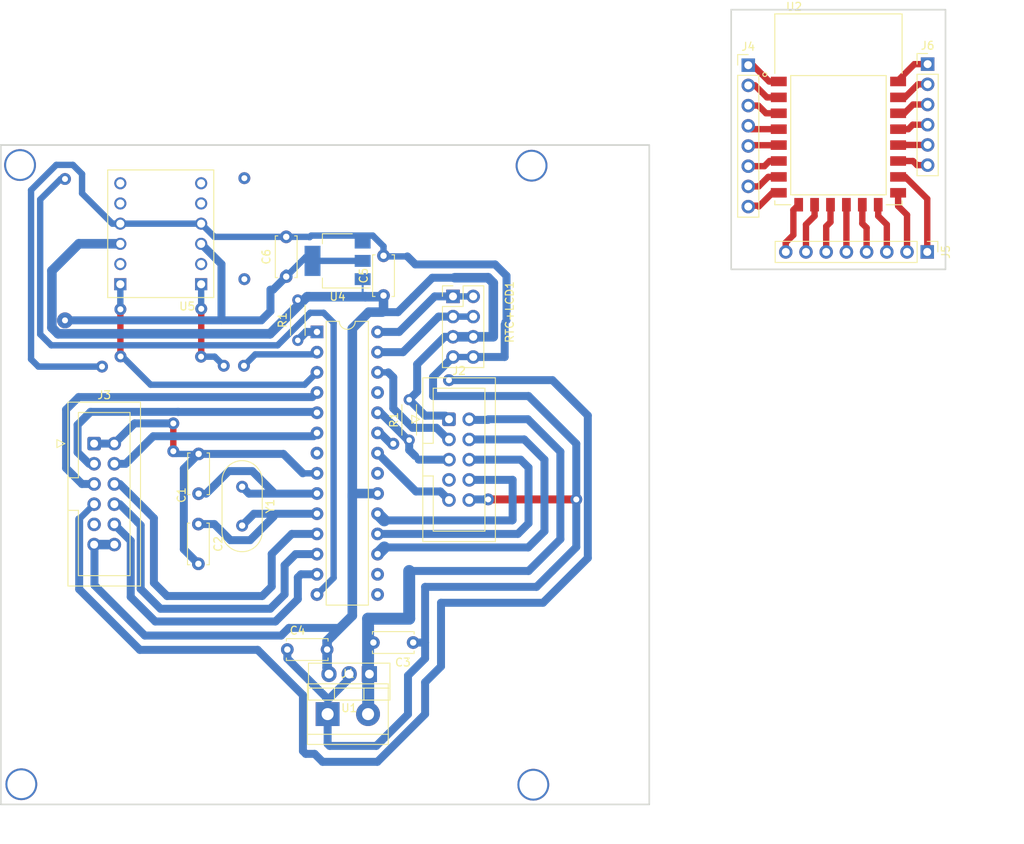
<source format=kicad_pcb>
(kicad_pcb (version 20211014) (generator pcbnew)
  (layers (0 "F.Cu" signal) (31 "B.Cu" signal) (34 "B.Paste" user) (35 "F.Paste" user) (36 "B.SilkS" user "B.Silkscreen") (37 "F.SilkS" user "F.Silkscreen") (38 "B.Mask" user) (39 "F.Mask" user) (44 "Edge.Cuts" user))
  (net 0 "")
  (net 1 "GND")
  (net 2 "unconnected-(U3-Pad1)")
  (net 3 "+5V")
  (net 5 "+12V")
  (net 7 "Net-(C1-Pad1)")
  (net 8 "Net-(C2-Pad1)")
  (net 10 "Net-(RTC+LCD1-Pad3)")
  (net 11 "Net-(RTC+LCD1-Pad1)")
  (net 12 "unconnected-(U3-Pad15)")
  (net 13 "Net-(R1-Pad1)")
  (net 14 "Net-(J4-Pad1)")
  (net 15 "Net-(J6-Pad1)")
  (net 16 "Net-(J6-Pad2)")
  (net 17 "Net-(J6-Pad3)")
  (net 18 "Net-(J6-Pad4)")
  (net 19 "Net-(C6-Pad1)")
  (net 20 "Net-(J4-Pad2)")
  (net 21 "Net-(J4-Pad3)")
  (net 22 "Net-(J4-Pad4)")
  (net 23 "Net-(J4-Pad5)")
  (net 24 "Net-(J4-Pad6)")
  (net 25 "Net-(J4-Pad7)")
  (net 26 "Net-(J5-Pad3)")
  (net 27 "Net-(J5-Pad4)")
  (net 28 "Net-(J5-Pad5)")
  (net 29 "Net-(J5-Pad6)")
  (net 30 "Net-(J5-Pad7)")
  (net 31 "Net-(J6-Pad5)")
  (net 32 "Net-(J5-Pad2)")
  (net 33 "Net-(J6-Pad6)")
  (net 34 "Net-(J4-Pad8)")
  (net 35 "Net-(U3-Pad3)")
  (net 38 "unconnected-(U5-PadLV4)")
  (net 42 "Net-(J5-Pad1)")
  (net 43 "Net-(U3-Pad26)")
  (net 44 "Net-(U3-Pad19)")
  (net 45 "Net-(U3-Pad18)")
  (net 46 "Net-(U3-Pad17)")
  (net 48 "Net-(U3-Pad5)")
  (net 49 "Net-(U3-Pad6)")
  (net 50 "Net-(U3-Pad4)")
  (net 51 "Net-(U3-Pad11)")
  (net 52 "Net-(U3-Pad23)")
  (net 53 "Net-(U3-Pad12)")
  (net 55 "Net-(U3-Pad13)")
  (footprint "Resistor_THT:R_Axial_DIN0204_L3.6mm_D1.6mm_P5.08mm_Horizontal" (layer "F.Cu") (at 146 90.54 90)
    (fp_text reference "R1")
    (fp_text value "4.7k")
  )
  (footprint "Connector_PinHeader_2.54mm:PinHeader_2x04_P2.54mm_Vertical" (layer "F.Cu") (at 151.5075 72.47)
    (fp_text reference "RTC+LCD1")
    (fp_text value "Conn_02x04_Odd_Even")
  )
  (footprint "Capacitor_THT:C_Disc_D5.0mm_W2.5mm_P5.00mm" (layer "F.Cu") (at 119.5025 101.1 -90)
    (fp_text reference "C2")
    (fp_text value "20pF")
  )
  (footprint "Package_TO_SOT_THT:TO-220-3_Vertical" (layer "F.Cu") (at 141 119.965 180)
    (fp_text reference "U1")
    (fp_text value "LM7805")
  )
  (footprint "Resistor_THT:R_Axial_DIN0204_L3.6mm_D1.6mm_P5.08mm_Horizontal" (layer "F.Cu") (at 132 78 90)
    (fp_text reference "R1")
    (fp_text value "4.7k")
  )
  (footprint "Capacitor_THT:C_Disc_D5.0mm_W2.5mm_P5.00mm" (layer "F.Cu") (at 119.5325 97.28 90)
    (fp_text reference "C1")
    (fp_text value "20pF")
  )
  (footprint "Connector_IDC:IDC-Header_2x05_P2.54mm_Vertical" (layer "F.Cu") (at 151 87.92)
    (fp_text reference "J2")
    (fp_text value "Conn_02x05_Odd_Even")
  )
  (footprint "Crystal:Crystal_HC49-4H_Vertical" (layer "F.Cu") (at 125.0025 96.41 -90)
    (fp_text reference "Y1")
    (fp_text value "16MHz")
  )
  (footprint "Capacitor_THT:C_Disc_D5.0mm_W2.5mm_P5.00mm" (layer "F.Cu") (at 146.5 116 180)
    (fp_text reference "C3")
    (fp_text value "330nF")
  )
  (footprint "TerminalBlock:TerminalBlock_bornier-2_P5.08mm" (layer "F.Cu") (at 135.7475 125)
    (fp_text reference "J1")
    (fp_text value "12v")
  )
  (footprint "Capacitor_THT:C_Disc_D5.0mm_W2.5mm_P5.00mm" (layer "F.Cu") (at 130.6825 116.88)
    (fp_text reference "C4")
    (fp_text value "100nF")
  )
  (footprint "Package_DIP:DIP-28_W7.62mm" (layer "F.Cu") (at 134.4075 76.94)
    (fp_text reference "U3" hide)
    (fp_text value "ATmega328P-P")
  )
  (footprint "Connector_PinHeader_2.54mm:PinHeader_1x06_P2.54mm_Vertical" (layer "F.Cu") (at 211.16 43.25925)
    (fp_text reference "J6")
    (fp_text value "Conn_01x06")
  )
  (footprint "Conversor_logico_nivel:CONV_BOB-12009" (layer "F.Cu") (at 114.7725 64.59 180)
    (fp_text reference "U5")
    (fp_text value "BOB-12009")
  )
  (footprint "Capacitor_THT:C_Disc_D5.0mm_W2.5mm_P5.00mm" (layer "F.Cu") (at 142.7725 72.36 90)
    (fp_text reference "C5")
    (fp_text value "100nF")
  )
  (footprint "Connector_IDC:IDC-Header_2x06_P2.54mm_Vertical" (layer "F.Cu") (at 106.4 90.98)
    (fp_text reference "J3")
    (fp_text value "Conn_02x06_Odd_Even")
  )
  (footprint "Capacitor_THT:C_Disc_D5.0mm_W2.5mm_P5.00mm" (layer "F.Cu") (at 130.5425 69.98 90)
    (fp_text reference "C6")
    (fp_text value "10uF")
  )
  (footprint "Package_TO_SOT_SMD:SOT-223" (layer "F.Cu") (at 137 68 180)
    (fp_text reference "U4")
    (fp_text value "LM1117-3.3")
  )
  (footprint "Connector_PinHeader_2.54mm:PinHeader_1x08_P2.54mm_Vertical" (layer "F.Cu") (at 188.61575 43.3925)
    (fp_text reference "J4")
    (fp_text value "Conn_01x08" hide)
  )
  (footprint "ESP8266-12E_ESP-12E:XCVR_ESP8266-12E_ESP-12E" (layer "F.Cu") (at 199.95 52.44)
    (fp_text reference "U2")
    (fp_text value "ESP-12E")
  )
  (footprint "Connector_PinHeader_2.54mm:PinHeader_1x08_P2.54mm_Vertical" (layer "F.Cu") (at 211.11075 66.8775 -90)
    (fp_text reference "J5")
    (fp_text value "Conn_01x08" hide)
  )
  (gr_rect (start 186.475 36.41) (end 213.405 69.07) (layer "Edge.Cuts") (width 0.2) (fill none))
  (gr_rect (start 176.1775 53.43) (end 94.67 136.36) (layer "Edge.Cuts") (width 0.2) (fill none))
  (via (at 97.25 133.82) (size 4) (drill 3.5) (layers "F.Cu" "B.Cu") (net 0))
  (via (at 97.09 55.95) (size 4) (drill 3.5) (layers "F.Cu" "B.Cu") (net 0))
  (via (at 161.6 133.88) (size 4) (drill 3.5) (layers "F.Cu" "B.Cu") (net 0))
  (via (at 161.38 56.03) (size 4) (drill 3.5) (layers "F.Cu" "B.Cu") (net 0))
  (segment (start 194.28575 64.7375) (end 194.28575 61.60425) (width 0.8) (layer "F.Cu") (net 1))
  (segment (start 193.33075 66.8775) (end 193.32575 66.8725) (width 0.8) (layer "F.Cu") (net 1))
  (segment (start 194.28575 61.60425) (end 194.95 60.94) (width 0.8) (layer "F.Cu") (net 1))
  (segment (start 155.9255 98) (end 167 98) (width 1) (layer "F.Cu") (net 1))
  (segment (start 193.32575 65.6975) (end 194.28575 64.7375) (width 0.8) (layer "F.Cu") (net 1))
  (segment (start 161.7525 98) (end 155.7525 98) (width 0.8) (layer "F.Cu") (net 1))
  (segment (start 116.3525 88.44) (end 116.3525 91.94) (width 0.8) (layer "F.Cu") (net 1))
  (segment (start 193.32575 66.8725) (end 193.32575 65.6975) (width 0.8) (layer "F.Cu") (net 1))
  (via (at 155.9255 98) (size 1.5) (drill 0.75) (layers "F.Cu" "B.Cu") (net 1))
  (via (at 107.39325 81.2975) (size 1.5) (drill 0.75) (layers "F.Cu" "B.Cu") (net 1))
  (via (at 116.3525 88.44) (size 1.5) (drill 0.75) (layers "F.Cu" "B.Cu") (net 1))
  (via (at 167 98) (size 1.5) (drill 0.75) (layers "F.Cu" "B.Cu") (net 1))
  (via (at 116.3525 91.94) (size 1.5) (drill 0.75) (layers "F.Cu" "B.Cu") (net 1))
  (segment (start 106.4 90.98) (end 108.94 90.98) (width 1) (layer "B.Cu") (net 1))
  (segment (start 148 109) (end 148 116) (width 1) (layer "B.Cu") (net 1))
  (segment (start 134.4075 94.72) (end 132.6325 94.72) (width 0.8) (layer "B.Cu") (net 1))
  (segment (start 167 91) (end 161 85) (width 1) (layer "B.Cu") (net 1))
  (segment (start 98.4725 59.1) (end 98.4725 80.37) (width 0.8) (layer "B.Cu") (net 1))
  (segment (start 119.5325 92.28) (end 116.6925 92.28) (width 0.8) (layer "B.Cu") (net 1))
  (segment (start 148 118) (end 145.8475 120.1525) (width 1) (layer "B.Cu") (net 1))
  (segment (start 149.92 97) (end 151 98.08) (width 1) (layer "B.Cu") (net 1))
  (segment (start 108.91 91.01) (end 108.94 90.98) (width 0.8) (layer "B.Cu") (net 1))
  (segment (start 156.951174 80.09) (end 156.961837 80.100663) (width 0.8) (layer "B.Cu") (net 1))
  (segment (start 109.6925 63.32) (end 108.6925 63.32) (width 0.8) (layer "B.Cu") (net 1))
  (segment (start 158 75.69375) (end 158.2325 75.46125) (width 0.8) (layer "B.Cu") (net 1))
  (segment (start 158.2325 69.88) (end 156.8025 68.45) (width 1) (layer "B.Cu") (net 1))
  (segment (start 146.7825 68.45) (end 145.7725 67.44) (width 1) (layer "B.Cu") (net 1))
  (segment (start 158 76) (end 158 80.09) (width 1) (layer "B.Cu") (net 1))
  (segment (start 104.8825 59.51) (end 104.8825 57.08) (width 0.8) (layer "B.Cu") (net 1))
  (segment (start 103.7325 55.93) (end 101.6425 55.93) (width 0.8) (layer "B.Cu") (net 1))
  (segment (start 148 116) (end 148 118) (width 1) (layer "B.Cu") (net 1))
  (segment (start 121.5125 64.98) (end 133.4525 64.98) (width 0.8) (layer "B.Cu") (net 1))
  (segment (start 167 98) (end 167 91) (width 1) (layer "B.Cu") (net 1))
  (segment (start 119.8525 63.32) (end 121.5125 64.98) (width 0.8) (layer "B.Cu") (net 1))
  (segment (start 108.94 90.98) (end 111.48 88.44) (width 1) (layer "B.Cu") (net 1))
  (segment (start 141.8675 129) (end 136 129) (width 1) (layer "B.Cu") (net 1))
  (segment (start 99.4 81.2975) (end 107.39325 81.2975) (width 0.8) (layer "B.Cu") (net 1))
  (segment (start 141.4225 64.82) (end 142.7725 66.17) (width 0.8) (layer "B.Cu") (net 1))
  (segment (start 135.455 122.78387) (end 130.6825 118.01137) (width 1) (layer "B.Cu") (net 1))
  (segment (start 135.7475 128.7475) (end 135.7475 125) (width 1) (layer "B.Cu") (net 1))
  (segment (start 142.7725 66.17) (end 142.7725 67.36) (width 0.8) (layer "B.Cu") (net 1))
  (segment (start 133.4925 65.02) (end 133.6925 64.82) (width 0.8) (layer "B.Cu") (net 1))
  (segment (start 145.8475 120.1525) (end 145.8475 125.02) (width 1) (layer "B.Cu") (net 1))
  (segment (start 133.4525 64.98) (end 133.4925 65.02) (width 0.8) (layer "B.Cu") (net 1))
  (segment (start 119.5025 106.1) (end 117.6725 104.27) (width 1) (layer "B.Cu") (net 1))
  (segment (start 146.5 116) (end 148 116) (width 1) (layer "B.Cu") (net 1))
  (segment (start 146.8475 97) (end 149.92 97) (width 1) (layer "B.Cu") (net 1))
  (segment (start 109.6925 63.32) (end 119.8525 63.32) (width 0.8) (layer "B.Cu") (net 1))
  (segment (start 154.0475 80.09) (end 156.951174 80.09) (width 0.8) (layer "B.Cu") (net 1))
  (segment (start 98.4725 80.37) (end 99.4 81.2975) (width 0.8) (layer "B.Cu") (net 1))
  (segment (start 161 85) (end 149 85) (width 1) (layer "B.Cu") (net 1))
  (segment (start 138.2925 120.7075) (end 138.2925 119.965) (width 0.8) (layer "B.Cu") (net 1))
  (segment (start 133.6925 64.82) (end 141.4225 64.82) (width 0.8) (layer "B.Cu") (net 1))
  (segment (start 145.8475 125.02) (end 141.8675 129) (width 1) (layer "B.Cu") (net 1))
  (segment (start 158 80.09) (end 154.0475 80.09) (width 1) (layer "B.Cu") (net 1))
  (segment (start 158 76) (end 158 75.69375) (width 0.8) (layer "B.Cu") (net 1))
  (segment (start 117.6725 104.27) (end 117.6725 94.14) (width 1) (layer "B.Cu") (net 1))
  (segment (start 132.6325 94.72) (end 130.1925 92.28) (width 1) (layer "B.Cu") (net 1))
  (segment (start 116.6925 92.28) (end 116.3525 91.94) (width 0.8) (layer "B.Cu") (net 1))
  (segment (start 164 107) (end 162 109) (width 1) (layer "B.Cu") (net 1))
  (segment (start 106.4 90.98) (end 106.43 91.01) (width 0.8) (layer "B.Cu") (net 1))
  (segment (start 162 109) (end 148 109) (width 1) (layer "B.Cu") (net 1))
  (segment (start 104.8825 57.08) (end 103.7325 55.93) (width 0.8) (layer "B.Cu") (net 1))
  (segment (start 111.48 88.44) (end 116.3525 88.44) (width 1) (layer "B.Cu") (net 1))
  (segment (start 135.7475 125) (end 135.7475 123.2525) (width 0.8) (layer "B.Cu") (net 1))
  (segment (start 142.0275 92.18) (end 146.8475 97) (width 1) (layer "B.Cu") (net 1))
  (segment (start 145.7725 67.44) (end 142.8525 67.44) (width 0.8) (layer "B.Cu") (net 1))
  (segment (start 108.6925 63.32) (end 104.8825 59.51) (width 0.8) (layer "B.Cu") (net 1))
  (segment (start 136 123) (end 138.2925 120.7075) (width 1) (layer "B.Cu") (net 1))
  (segment (start 167 98) (end 167 104) (width 1) (layer "B.Cu") (net 1))
  (segment (start 136 123) (end 135.455 123) (width 0.8) (layer "B.Cu") (net 1))
  (segment (start 101.6425 55.93) (end 98.4725 59.1) (width 0.8) (layer "B.Cu") (net 1))
  (segment (start 136 129) (end 135.7475 128.7475) (width 1) (layer "B.Cu") (net 1))
  (segment (start 142.8525 67.44) (end 142.7725 67.36) (width 0.8) (layer "B.Cu") (net 1))
  (segment (start 117.6725 94.14) (end 119.5325 92.28) (width 1) (layer "B.Cu") (net 1))
  (segment (start 167 104) (end 164 107) (width 1) (layer "B.Cu") (net 1))
  (segment (start 155.64625 98) (end 153.51375 98) (width 1) (layer "B.Cu") (net 1))
  (segment (start 149 82.5975) (end 151.5075 80.09) (width 1) (layer "B.Cu") (net 1))
  (segment (start 130.1925 92.28) (end 119.5325 92.28) (width 1) (layer "B.Cu") (net 1))
  (segment (start 153.51375 98) (end 153.43375 98.08) (width 0.8) (layer "B.Cu") (net 1))
  (segment (start 149 85) (end 149 82.5975) (width 1) (layer "B.Cu") (net 1))
  (segment (start 130.6825 118.01137) (end 130.6825 116.88) (width 1) (layer "B.Cu") (net 1))
  (segment (start 151.5075 80.09) (end 154.0475 80.09) (width 0.8) (layer "B.Cu") (net 1))
  (segment (start 135.7475 123.2525) (end 136 123) (width 0.8) (layer "B.Cu") (net 1))
  (segment (start 135.455 123) (end 135.455 122.78387) (width 0.8) (layer "B.Cu") (net 1))
  (segment (start 156.8025 68.45) (end 146.7825 68.45) (width 1) (layer "B.Cu") (net 1))
  (segment (start 158.2325 75.46125) (end 158.2325 69.88) (width 1) (layer "B.Cu") (net 1))
  (segment (start 133.06 76.94) (end 134.4075 76.94) (width 1) (layer "B.Cu") (net 2))
  (segment (start 132 78) (end 133.06 76.94) (width 1) (layer "B.Cu") (net 2))
  (segment (start 156.5725 77.52) (end 156.5325 77.56) (width 0.8) (layer "B.Cu") (net 3))
  (segment (start 148 87.46) (end 146.2 85.66) (width 1) (layer "B.Cu") (net 3))
  (segment (start 128.51 77.17) (end 133.17 72.51) (width 1.2) (layer "B.Cu") (net 3))
  (segment (start 140.49 72.51) (end 133.4025 72.51) (width 1.2) (layer "B.Cu") (net 3))
  (segment (start 155.9125 70.12) (end 156.5725 70.78) (width 1.2) (layer "B.Cu") (net 3))
  (segment (start 109.6925 65.86) (end 109.6825 65.85) (width 0.8) (layer "B.Cu") (net 3))
  (segment (start 135.7675 119.27) (end 135.6825 119.185) (width 1.2) (layer "B.Cu") (net 3))
  (segment (start 146.4825 72.55) (end 148.9125 70.12) (width 1) (layer "B.Cu") (net 3))
  (segment (start 106.4425 108.79) (end 112.7725 115.12) (width 1) (layer "B.Cu") (net 3))
  (segment (start 101.0925 76.3925) (end 101.87 77.17) (width 1.2) (layer "B.Cu") (net 3))
  (segment (start 142.7725 74.3) (end 142.6225 74.45) (width 0.8) (layer "B.Cu") (net 3))
  (segment (start 146.2 85.66) (end 146.2 85.26) (width 1) (layer "B.Cu") (net 3))
  (segment (start 144.5825 74.45) (end 146.4825 72.55) (width 1) (layer "B.Cu") (net 3))
  (segment (start 136.3625 115.11) (end 138.8525 112.62) (width 1.2) (layer "B.Cu") (net 3))
  (segment (start 148.9125 70.12) (end 151.7125 70.12) (width 1) (layer "B.Cu") (net 3))
  (segment (start 138.8525 112.62) (end 138.8525 97.44) (width 1.2) (layer "B.Cu") (net 3))
  (segment (start 106.4425 103.7225) (end 106.4425 108.79) (width 1) (layer "B.Cu") (net 3))
  (segment (start 140.15 72.17) (end 140.49 72.51) (width 0.25) (layer "B.Cu") (net 3))
  (segment (start 130.880449 114.16) (end 137.2425 114.16) (width 1) (layer "B.Cu") (net 3))
  (segment (start 135.6875 119.35) (end 135.7675 119.27) (width 0.8) (layer "B.Cu") (net 3))
  (segment (start 138.8525 76.51) (end 140.9125 74.45) (width 1.2) (layer "B.Cu") (net 3))
  (segment (start 142.4725 74.3) (end 142.6225 74.45) (width 0.8) (layer "B.Cu") (net 3))
  (segment (start 136.3425 115.13) (end 136.3625 115.11) (width 0.8) (layer "B.Cu") (net 3))
  (segment (start 142.0275 97.26) (end 139.4725 97.26) (width 1.2) (layer "B.Cu") (net 3))
  (segment (start 129.920449 115.12) (end 130.880449 114.16) (width 1) (layer "B.Cu") (net 3))
  (segment (start 112.7725 115.12) (end 129.920449 115.12) (width 1) (layer "B.Cu") (net 3))
  (segment (start 147 81) (end 150.45 77.55) (width 1) (layer "B.Cu") (net 3))
  (segment (start 156.5625 77.55) (end 154.0475 77.55) (width 1.2) (layer "B.Cu") (net 3))
  (segment (start 104.4825 65.85) (end 101.0925 69.24) (width 1.2) (layer "B.Cu") (net 3))
  (segment (start 151.8525 69.98) (end 151.7125 70.12) (width 0.8) (layer "B.Cu") (net 3))
  (segment (start 109.6825 65.85) (end 104.4825 65.85) (width 1.2) (layer "B.Cu") (net 3))
  (segment (start 154.0475 77.55) (end 151.5075 77.55) (width 1.2) (layer "B.Cu") (net 3))
  (segment (start 101.0925 69.24) (end 101.0925 76.3925) (width 1.2) (layer "B.Cu") (net 3))
  (segment (start 135.6825 115.79) (end 136.3625 115.11) (width 1.2) (layer "B.Cu") (net 3))
  (segment (start 142.7725 72.51) (end 140.49 72.51) (width 1.2) (layer "B.Cu") (net 3))
  (segment (start 146.2 85.26) (end 147 84.46) (width 1) (layer "B.Cu") (net 3))
  (segment (start 133.4925 72.42) (end 133.4025 72.51) (width 0.8) (layer "B.Cu") (net 3))
  (segment (start 106.4 103.68) (end 108.94 103.68) (width 1.2) (layer "B.Cu") (net 3))
  (segment (start 140.9125 74.45) (end 142.6225 74.45) (width 1.2) (layer "B.Cu") (net 3))
  (segment (start 151.7125 70.12) (end 155.9125 70.12) (width 1.2) (layer "B.Cu") (net 3))
  (segment (start 150.45 77.55) (end 151.5075 77.55) (width 1) (layer "B.Cu") (net 3))
  (segment (start 140.15 70.3) (end 140.15 72.17) (width 0.25) (layer "B.Cu") (net 3))
  (segment (start 150.54 87.46) (end 148 87.46) (width 1) (layer "B.Cu") (net 3))
  (segment (start 133.17 72.51) (end 133.4025 72.51) (width 1.2) (layer "B.Cu") (net 3))
  (segment (start 151 87.92) (end 150.54 87.46) (width 0.25) (layer "B.Cu") (net 3))
  (segment (start 141.9775 97.31) (end 142.0275 97.26) (width 0.8) (layer "B.Cu") (net 3))
  (segment (start 138.8525 97.68) (end 138.8525 76.51) (width 1.2) (layer "B.Cu") (net 3))
  (segment (start 135.6825 119.185) (end 135.6825 115.79) (width 1.2) (layer "B.Cu") (net 3))
  (segment (start 142.7725 72.36) (end 142.7725 74.3) (width 1.2) (layer "B.Cu") (net 3))
  (segment (start 156.5725 70.78) (end 156.5725 77.52) (width 1.2) (layer "B.Cu") (net 3))
  (segment (start 156.5725 77.56) (end 156.5625 77.55) (width 0.8) (layer "B.Cu") (net 3))
  (segment (start 101.87 77.17) (end 128.51 77.17) (width 1.2) (layer "B.Cu") (net 3))
  (segment (start 142.6225 74.45) (end 144.5825 74.45) (width 1) (layer "B.Cu") (net 3))
  (segment (start 106.4 103.68) (end 106.4425 103.7225) (width 0.8) (layer "B.Cu") (net 3))
  (segment (start 147 84.46) (end 147 81) (width 1) (layer "B.Cu") (net 3))
  (segment (start 161 107) (end 165 103) (width 1) (layer "B.Cu") (net 5))
  (segment (start 146 113) (end 146 107) (width 1.5) (layer "B.Cu") (net 5))
  (segment (start 153.54 88) (end 155.92 88) (width 1) (layer "B.Cu") (net 5))
  (segment (start 140.8475 119.98) (end 140.8325 119.965) (width 1.5) (layer "B.Cu") (net 5))
  (segment (start 165 103) (end 165 92) (width 1) (layer "B.Cu") (net 5))
  (segment (start 146 107) (end 161 107) (width 1) (layer "B.Cu") (net 5))
  (segment (start 140.8475 125.02) (end 140.8475 119.98) (width 1.5) (layer "B.Cu") (net 5))
  (segment (start 140.8325 113) (end 146 113) (width 1.5) (layer "B.Cu") (net 5))
  (segment (start 165 92) (end 160.92 87.92) (width 1) (layer "B.Cu") (net 5))
  (segment (start 160.92 87.92) (end 155.92 87.92) (width 1) (layer "B.Cu") (net 5))
  (segment (start 140.8325 119.965) (end 140.8325 113) (width 1.5) (layer "B.Cu") (net 5))
  (segment (start 125.0025 96.41) (end 125.8625 97.27) (width 1) (layer "B.Cu") (net 7))
  (segment (start 134.3975 97.27) (end 134.4075 97.26) (width 0.8) (layer "B.Cu") (net 7))
  (segment (start 123.3175 94.44) (end 126.2725 94.44) (width 1) (layer "B.Cu") (net 7))
  (segment (start 125.8625 97.27) (end 134.3975 97.27) (width 1) (layer "B.Cu") (net 7))
  (segment (start 126.2725 94.44) (end 129.0525 97.22) (width 1) (layer "B.Cu") (net 7))
  (segment (start 119.5325 97.28) (end 120.4775 97.28) (width 0.8) (layer "B.Cu") (net 7))
  (segment (start 120.4775 97.28) (end 123.3175 94.44) (width 1) (layer "B.Cu") (net 7))
  (segment (start 125.0025 101.29) (end 126.4925 99.8) (width 1) (layer "B.Cu") (net 8))
  (segment (start 121.5025 101.1) (end 123.5325 103.13) (width 1) (layer "B.Cu") (net 8))
  (segment (start 126.4925 99.8) (end 134.4075 99.8) (width 1) (layer "B.Cu") (net 8))
  (segment (start 123.5325 103.13) (end 125.9925 103.13) (width 1) (layer "B.Cu") (net 8))
  (segment (start 119.5025 101.1) (end 121.5025 101.1) (width 1) (layer "B.Cu") (net 8))
  (segment (start 125.9925 103.13) (end 128.9725 100.15) (width 1) (layer "B.Cu") (net 8))
  (segment (start 125.0025 101.3) (end 125.0025 101.29) (width 0.8) (layer "B.Cu") (net 8))
  (segment (start 145.2225 79.48) (end 142.0275 79.48) (width 1) (layer "B.Cu") (net 10))
  (segment (start 149.6925 75.01) (end 145.2225 79.48) (width 1) (layer "B.Cu") (net 10))
  (segment (start 151.5075 75.01) (end 154.0475 75.01) (width 0.8) (layer "B.Cu") (net 10))
  (segment (start 151.5075 75.01) (end 149.6925 75.01) (width 1) (layer "B.Cu") (net 10))
  (segment (start 149.2025 72.47) (end 144.7325 76.94) (width 1) (layer "B.Cu") (net 11))
  (segment (start 151.5075 72.47) (end 154.0475 72.47) (width 0.8) (layer "B.Cu") (net 11))
  (segment (start 144.7325 76.94) (end 142.0275 76.94) (width 1) (layer "B.Cu") (net 11))
  (segment (start 151.5075 72.47) (end 149.2025 72.47) (width 1) (layer "B.Cu") (net 11))
  (segment (start 142.1275 110.06) (end 142.0275 109.96) (width 0.8) (layer "B.Cu") (net 12))
  (segment (start 142.402944 87.1) (end 142.0275 87.1) (width 1) (layer "B.Cu") (net 13))
  (segment (start 146 91.7875) (end 146 90.697056) (width 1) (layer "B.Cu") (net 13))
  (segment (start 146.7525 92.54) (end 146 91.7875) (width 1) (layer "B.Cu") (net 13))
  (segment (start 142.0275 87.315) (end 142.0275 87.1) (width 0.8) (layer "B.Cu") (net 13))
  (segment (start 146 90.697056) (end 142.402944 87.1) (width 1) (layer "B.Cu") (net 13))
  (segment (start 150.89375 93) (end 147.18625 93) (width 1) (layer "B.Cu") (net 13))
  (segment (start 188.61575 43.3925) (end 189.19075 43.3925) (width 0.8) (layer "F.Cu") (net 14))
  (segment (start 191.23825 45.44) (end 192.45 45.44) (width 0.8) (layer "F.Cu") (net 14))
  (segment (start 189.19075 43.3925) (end 191.23825 45.44) (width 0.8) (layer "F.Cu") (net 14))
  (via (at 102.73825 57.70325) (size 1.5) (drill 0.75) (layers "F.Cu" "B.Cu") (net 14))
  (segment (start 136.5025 107.865) (end 134.4075 109.96) (width 0.8) (layer "B.Cu") (net 14))
  (segment (start 136.5025 75.79) (end 136.5025 107.865) (width 0.8) (layer "B.Cu") (net 14))
  (segment (start 99.62 77.23) (end 101.01 78.62) (width 0.8) (layer "B.Cu") (net 14))
  (segment (start 102.73825 57.70325) (end 102.20675 57.70325) (width 0.8) (layer "B.Cu") (net 14))
  (segment (start 99.62 60.29) (end 99.62 77.23) (width 0.8) (layer "B.Cu") (net 14))
  (segment (start 129.4625 78.62) (end 133.5525 74.53) (width 0.8) (layer "B.Cu") (net 14))
  (segment (start 135.2425 74.53) (end 136.5025 75.79) (width 0.8) (layer "B.Cu") (net 14))
  (segment (start 101.01 78.62) (end 129.4625 78.62) (width 0.8) (layer "B.Cu") (net 14))
  (segment (start 133.5525 74.53) (end 135.2425 74.53) (width 0.8) (layer "B.Cu") (net 14))
  (segment (start 102.20675 57.70325) (end 99.62 60.29) (width 0.8) (layer "B.Cu") (net 14))
  (segment (start 209.5 43.25925) (end 211.16 43.25925) (width 0.8) (layer "F.Cu") (net 15))
  (segment (start 207.45 45.30925) (end 209.5 43.25925) (width 0.8) (layer "F.Cu") (net 15))
  (segment (start 207.45 45.44) (end 207.45 45.30925) (width 0.8) (layer "F.Cu") (net 15))
  (via (at 125.28175 57.59925) (size 1.5) (drill 0.75) (layers "F.Cu" "B.Cu") (net 15))
  (segment (start 208.29925 47.44) (end 209.94 45.79925) (width 0.8) (layer "F.Cu") (net 16))
  (segment (start 209.94 45.79925) (end 211.16 45.79925) (width 0.8) (layer "F.Cu") (net 16))
  (segment (start 207.45 47.44) (end 208.29925 47.44) (width 0.8) (layer "F.Cu") (net 16))
  (segment (start 209.33 48.33925) (end 208.22925 49.44) (width 0.8) (layer "F.Cu") (net 17))
  (segment (start 211.16 48.33925) (end 209.33 48.33925) (width 0.8) (layer "F.Cu") (net 17))
  (segment (start 208.22925 49.44) (end 207.45 49.44) (width 0.8) (layer "F.Cu") (net 17))
  (segment (start 209.29 50.87925) (end 208.72925 51.44) (width 0.8) (layer "F.Cu") (net 18))
  (segment (start 208.72925 51.44) (end 207.45 51.44) (width 0.8) (layer "F.Cu") (net 18))
  (segment (start 211.16 50.87925) (end 209.29 50.87925) (width 0.8) (layer "F.Cu") (net 18))
  (via (at 102.73825 75.48325) (size 2) (drill 0.75) (layers "F.Cu" "B.Cu") (net 19))
  (segment (start 127.40925 75.48325) (end 128.5625 74.33) (width 1) (layer "B.Cu") (net 19))
  (segment (start 122.40575 75.48325) (end 122.40575 68.41325) (width 1) (layer "B.Cu") (net 19))
  (segment (start 130.5425 69.98) (end 133 67.5225) (width 0.8) (layer "B.Cu") (net 19))
  (segment (start 128.5625 71.62) (end 128.9025 71.62) (width 1) (layer "B.Cu") (net 19))
  (segment (start 122.40575 68.41325) (end 119.8525 65.86) (width 1) (layer "B.Cu") (net 19))
  (segment (start 128.9025 71.62) (end 130.5425 69.98) (width 1) (layer "B.Cu") (net 19))
  (segment (start 102.73825 75.48325) (end 122.40575 75.48325) (width 1) (layer "B.Cu") (net 19))
  (segment (start 133 67.5225) (end 133.3725 67.5225) (width 0.8) (layer "B.Cu") (net 19))
  (segment (start 133.3725 67.5225) (end 133.85 68) (width 0.8) (layer "B.Cu") (net 19))
  (segment (start 122.40575 75.48325) (end 127.40925 75.48325) (width 1) (layer "B.Cu") (net 19))
  (segment (start 133.85 68) (end 140.15 68) (width 0.8) (layer "B.Cu") (net 19))
  (segment (start 128.5625 74.33) (end 128.5625 71.62) (width 1) (layer "B.Cu") (net 19))
  (segment (start 130.5425 69.98) (end 130.5425 69.47) (width 0.8) (layer "B.Cu") (net 19))
  (segment (start 130.2025 69.98) (end 130.5425 69.98) (width 0.8) (layer "B.Cu") (net 19))
  (segment (start 192.45 47.44) (end 190.96825 47.44) (width 0.8) (layer "F.Cu") (net 20))
  (segment (start 190.96825 47.44) (end 189.46075 45.9325) (width 0.8) (layer "F.Cu") (net 20))
  (segment (start 189.46075 45.9325) (end 188.61575 45.9325) (width 0.8) (layer "F.Cu") (net 20))
  (segment (start 190.84825 49.44) (end 192.45 49.44) (width 0.8) (layer "F.Cu") (net 21))
  (segment (start 188.61575 48.4725) (end 189.88075 48.4725) (width 0.8) (layer "F.Cu") (net 21))
  (segment (start 189.88075 48.4725) (end 190.84825 49.44) (width 0.8) (layer "F.Cu") (net 21))
  (segment (start 192.4475 51.4375) (end 192.45 51.44) (width 0.8) (layer "F.Cu") (net 22))
  (segment (start 188.61575 51.0125) (end 189.04075 51.4375) (width 0.8) (layer "F.Cu") (net 22))
  (segment (start 189.04075 51.4375) (end 192.4475 51.4375) (width 0.8) (layer "F.Cu") (net 22))
  (segment (start 192.4325 53.4575) (end 192.45 53.44) (width 0.8) (layer "F.Cu") (net 23))
  (segment (start 188.61575 53.5525) (end 188.71075 53.4575) (width 0.8) (layer "F.Cu") (net 23))
  (segment (start 188.71075 53.4575) (end 192.4325 53.4575) (width 0.8) (layer "F.Cu") (net 23))
  (segment (start 188.61575 56.0925) (end 190.64075 56.0925) (width 0.8) (layer "F.Cu") (net 24))
  (segment (start 190.64075 56.0925) (end 191.29325 55.44) (width 0.8) (layer "F.Cu") (net 24))
  (segment (start 191.29325 55.44) (end 192.45 55.44) (width 0.8) (layer "F.Cu") (net 24))
  (segment (start 189.93075 58.6325) (end 191.12325 57.44) (width 0.8) (layer "F.Cu") (net 25))
  (segment (start 188.61575 58.6325) (end 189.93075 58.6325) (width 0.8) (layer "F.Cu") (net 25))
  (segment (start 191.12325 57.44) (end 192.45 57.44) (width 0.8) (layer "F.Cu") (net 25))
  (segment (start 204.95 62.36175) (end 204.95 60.94) (width 0.8) (layer "F.Cu") (net 26))
  (segment (start 206.03075 66.8775) (end 206.03075 63.4425) (width 0.8) (layer "F.Cu") (net 26))
  (segment (start 206.03075 63.4425) (end 204.95 62.36175) (width 0.8) (layer "F.Cu") (net 26))
  (segment (start 203.49075 66.8775) (end 203.49075 63.8425) (width 0.8) (layer "F.Cu") (net 27))
  (segment (start 202.95 63.30175) (end 202.95 60.94) (width 0.8) (layer "F.Cu") (net 27))
  (segment (start 203.49075 63.8425) (end 202.95 63.30175) (width 0.8) (layer "F.Cu") (net 27))
  (segment (start 200.95075 60.94075) (end 200.95 60.94) (width 0.8) (layer "F.Cu") (net 28))
  (segment (start 200.95075 66.8775) (end 200.95075 60.94075) (width 0.8) (layer "F.Cu") (net 28))
  (segment (start 198.95 63.12325) (end 198.95 60.94) (width 0.8) (layer "F.Cu") (net 29))
  (segment (start 198.41075 66.8775) (end 198.41075 63.6625) (width 0.8) (layer "F.Cu") (net 29))
  (segment (start 198.41075 63.6625) (end 198.95 63.12325) (width 0.8) (layer "F.Cu") (net 29))
  (segment (start 195.87075 66.8775) (end 195.87075 63.4325) (width 0.8) (layer "F.Cu") (net 30))
  (segment (start 195.87075 63.4325) (end 196.95 62.35325) (width 0.8) (layer "F.Cu") (net 30))
  (segment (start 196.95 62.35325) (end 196.95 60.94) (width 0.8) (layer "F.Cu") (net 30))
  (segment (start 211.16 53.41925) (end 207.47075 53.41925) (width 0.8) (layer "F.Cu") (net 31))
  (segment (start 207.47075 53.41925) (end 207.45 53.44) (width 0.8) (layer "F.Cu") (net 31))
  (segment (start 208.57075 62.2225) (end 207.45 61.10175) (width 0.8) (layer "F.Cu") (net 32))
  (segment (start 119.8625 80.0275) (end 119.8625 74.03) (width 0.8) (layer "F.Cu") (net 32))
  (segment (start 207.45 61.10175) (end 207.45 59.44) (width 0.8) (layer "F.Cu") (net 32))
  (segment (start 119.84 80.05) (end 119.8625 80.0275) (width 0.8) (layer "F.Cu") (net 32))
  (segment (start 208.57075 66.8775) (end 208.57075 62.2225) (width 0.8) (layer "F.Cu") (net 32))
  (via (at 122.69325 81.18825) (size 1.5) (drill 0.75) (layers "F.Cu" "B.Cu") (net 32))
  (via (at 119.84 80.05) (size 1.5) (drill 0.75) (layers "F.Cu" "B.Cu") (net 32))
  (via (at 119.8625 74.03) (size 1.5) (drill 0.75) (layers "F.Cu" "B.Cu") (net 32))
  (segment (start 119.84 80.05) (end 121.555 80.05) (width 0.8) (layer "B.Cu") (net 32))
  (segment (start 119.8725 74.02) (end 119.8625 74.03) (width 0.8) (layer "B.Cu") (net 32))
  (segment (start 121.555 80.05) (end 122.69325 81.18825) (width 0.8) (layer "B.Cu") (net 32))
  (segment (start 119.8525 70.94) (end 119.8525 74.02) (width 0.8) (layer "B.Cu") (net 32))
  (segment (start 119.8525 74.02) (end 119.8625 74.03) (width 0.8) (layer "B.Cu") (net 32))
  (segment (start 209.83 55.95925) (end 209.31075 55.44) (width 0.8) (layer "F.Cu") (net 33))
  (segment (start 211.16 55.95925) (end 209.83 55.95925) (width 0.8) (layer "F.Cu") (net 33))
  (segment (start 209.31075 55.44) (end 207.45 55.44) (width 0.8) (layer "F.Cu") (net 33))
  (segment (start 188.67575 61.06325) (end 189.9875 61.06325) (width 0.8) (layer "F.Cu") (net 34))
  (segment (start 189.9275 61.1725) (end 191.66 59.44) (width 0.8) (layer "F.Cu") (net 34))
  (segment (start 109.7025 80.0025) (end 109.7025 74.09) (width 0.8) (layer "F.Cu") (net 35))
  (segment (start 109.72 80.02) (end 109.7025 80.0025) (width 0.8) (layer "F.Cu") (net 35))
  (via (at 109.72 80.02) (size 1.5) (drill 0.75) (layers "F.Cu" "B.Cu") (net 35))
  (via (at 109.7025 74.09) (size 1.5) (drill 0.75) (layers "F.Cu" "B.Cu") (net 35))
  (segment (start 109.72 80.02) (end 109.9425 80.02) (width 0.8) (layer "B.Cu") (net 35))
  (segment (start 109.6925 74.08) (end 109.7025 74.09) (width 0.8) (layer "B.Cu") (net 35))
  (segment (start 109.9425 80.02) (end 113.50077 83.57827) (width 0.8) (layer "B.Cu") (net 35))
  (segment (start 132.84923 83.57827) (end 134.4075 82.02) (width 0.8) (layer "B.Cu") (net 35))
  (segment (start 109.6925 70.94) (end 109.6925 74.08) (width 0.8) (layer "B.Cu") (net 35))
  (segment (start 113.50077 83.57827) (end 132.84923 83.57827) (width 0.8) (layer "B.Cu") (net 35))
  (segment (start 109.7125 74.08) (end 109.7025 74.09) (width 0.8) (layer "B.Cu") (net 35))
  (via (at 125.28175 70.29925) (size 1.5) (drill 0.75) (layers "F.Cu" "B.Cu") (net 38))
  (segment (start 211.11075 60.2025) (end 208.34825 57.44) (width 0.8) (layer "F.Cu") (net 42))
  (segment (start 211.11075 66.8775) (end 211.11075 60.2025) (width 0.8) (layer "F.Cu") (net 42))
  (segment (start 208.34825 57.44) (end 207.45 57.44) (width 0.8) (layer "F.Cu") (net 42))
  (via (at 125.23325 81.18825) (size 1.5) (drill 0.75) (layers "F.Cu" "B.Cu") (net 42))
  (segment (start 126.6615 79.76) (end 125.23325 81.18825) (width 0.8) (layer "B.Cu") (net 42))
  (segment (start 134.4075 79.48) (end 134.1275 79.76) (width 0.8) (layer "B.Cu") (net 42))
  (segment (start 134.1275 79.76) (end 126.6615 79.76) (width 0.8) (layer "B.Cu") (net 42))
  (segment (start 142.0275 82.02) (end 143.37375 82.02) (width 0.8) (layer "B.Cu") (net 43))
  (segment (start 144 86.560101) (end 144 82.64625) (width 1) (layer "B.Cu") (net 43))
  (segment (start 142.0275 82.285) (end 142.0275 82.02) (width 0.8) (layer "B.Cu") (net 43))
  (segment (start 150.89375 90.46) (end 149.43375 89) (width 1) (layer "B.Cu") (net 43))
  (segment (start 146.439899 89) (end 144 86.560101) (width 1) (layer "B.Cu") (net 43))
  (segment (start 147.46 89) (end 146.439899 89) (width 1) (layer "B.Cu") (net 43))
  (segment (start 143.37375 82.02) (end 144 82.64625) (width 1) (layer "B.Cu") (net 43))
  (segment (start 149.43375 89) (end 147.46 89) (width 1) (layer "B.Cu") (net 43))
  (segment (start 153.54 95.54) (end 159 95.54) (width 1) (layer "B.Cu") (net 44))
  (segment (start 159 100.595836) (end 158.955836 100.64) (width 1) (layer "B.Cu") (net 44))
  (segment (start 142.8675 100.64) (end 142.0275 99.8) (width 1.5) (layer "B.Cu") (net 44))
  (segment (start 159 95.54) (end 159 100.595836) (width 1) (layer "B.Cu") (net 44))
  (segment (start 158.955836 100.64) (end 142.8675 100.64) (width 1) (layer "B.Cu") (net 44))
  (segment (start 142.0275 99.875) (end 142.0275 99.8) (width 0.8) (layer "B.Cu") (net 44))
  (segment (start 142.0275 102.34) (end 142.0275 102.345) (width 0.8) (layer "B.Cu") (net 45))
  (segment (start 160 93) (end 161 94) (width 1) (layer "B.Cu") (net 45))
  (segment (start 153.54 93) (end 160 93) (width 1) (layer "B.Cu") (net 45))
  (segment (start 159.66 102.34) (end 142.0275 102.34) (width 1) (layer "B.Cu") (net 45))
  (segment (start 161 101) (end 159.66 102.34) (width 1) (layer "B.Cu") (net 45))
  (segment (start 161 94) (end 161 101) (width 1) (layer "B.Cu") (net 45))
  (segment (start 142.4225 102.34) (end 142.0275 102.34) (width 0.8) (layer "B.Cu") (net 45))
  (segment (start 160.96 104.04) (end 142.8675 104.04) (width 1) (layer "B.Cu") (net 46))
  (segment (start 142.0325 104.88) (end 142.0275 104.88) (width 0.8) (layer "B.Cu") (net 46))
  (segment (start 142.8675 104.04) (end 142.0275 104.88) (width 1.5) (layer "B.Cu") (net 46))
  (segment (start 163 93) (end 163 102) (width 1) (layer "B.Cu") (net 46))
  (segment (start 153.54 90.46) (end 160.46 90.46) (width 1) (layer "B.Cu") (net 46))
  (segment (start 160.46 90.46) (end 163 93) (width 1) (layer "B.Cu") (net 46))
  (segment (start 163 102) (end 160.96 104.04) (width 1) (layer "B.Cu") (net 46))
  (segment (start 104.3225 92.08) (end 104.3225 88.62) (width 1) (layer "B.Cu") (net 48))
  (segment (start 105.7625 93.52) (end 104.3225 92.08) (width 1) (layer "B.Cu") (net 48))
  (segment (start 106.3875 93.55) (end 106.4 93.5375) (width 0.8) (layer "B.Cu") (net 48))
  (segment (start 104.3225 88.62) (end 105.9525 86.99) (width 1) (layer "B.Cu") (net 48))
  (segment (start 134.3075 87) (end 134.4075 87.1) (width 1) (layer "B.Cu") (net 48))
  (segment (start 106.4 93.5375) (end 106.4 93.52) (width 0.8) (layer "B.Cu") (net 48))
  (segment (start 116.95311 86.99) (end 116.96311 87) (width 1) (layer "B.Cu") (net 48))
  (segment (start 106.4 93.52) (end 105.7625 93.52) (width 0.8) (layer "B.Cu") (net 48))
  (segment (start 116.96311 87) (end 134.3075 87) (width 1) (layer "B.Cu") (net 48))
  (segment (start 105.9525 86.99) (end 116.95311 86.99) (width 1) (layer "B.Cu") (net 48))
  (segment (start 113.6425 90.25) (end 113.8325 90.06) (width 1) (layer "B.Cu") (net 49))
  (segment (start 113.8325 90.06) (end 133.9875 90.06) (width 1) (layer "B.Cu") (net 49))
  (segment (start 108.9325 93.55) (end 108.9325 93.5275) (width 0.8) (layer "B.Cu") (net 49))
  (segment (start 108.9325 93.5275) (end 108.94 93.52) (width 0.8) (layer "B.Cu") (net 49))
  (segment (start 110.3625 93.52) (end 113.5925 90.29) (width 1) (layer "B.Cu") (net 49))
  (segment (start 133.9875 90.06) (end 134.4075 89.64) (width 0.8) (layer "B.Cu") (net 49))
  (segment (start 108.94 93.52) (end 110.3625 93.52) (width 1) (layer "B.Cu") (net 49))
  (segment (start 104.4525 85.13) (end 133.8375 85.13) (width 1) (layer "B.Cu") (net 50))
  (segment (start 106.4 96.06) (end 104.8725 96.06) (width 1) (layer "B.Cu") (net 50))
  (segment (start 102.8725 94.06) (end 102.8725 86.71) (width 1) (layer "B.Cu") (net 50))
  (segment (start 106.3875 96.09) (end 106.4 96.0775) (width 0.8) (layer "B.Cu") (net 50))
  (segment (start 102.8725 86.71) (end 104.4525 85.13) (width 1) (layer "B.Cu") (net 50))
  (segment (start 106.4 96.0775) (end 106.4 96.06) (width 0.8) (layer "B.Cu") (net 50))
  (segment (start 104.8725 96.06) (end 102.8725 94.06) (width 1) (layer "B.Cu") (net 50))
  (segment (start 133.8375 85.13) (end 134.4075 84.56) (width 0.8) (layer "B.Cu") (net 50))
  (segment (start 128.7225 104.86) (end 131.2425 102.34) (width 1) (layer "B.Cu") (net 51))
  (segment (start 127.5225 110.15) (end 128.7225 108.95) (width 1) (layer "B.Cu") (net 51))
  (segment (start 113.9125 108.49) (end 115.5725 110.15) (width 1) (layer "B.Cu") (net 51))
  (segment (start 115.5725 110.15) (end 127.5225 110.15) (width 1) (layer "B.Cu") (net 51))
  (segment (start 128.7225 108.95) (end 128.7225 104.86) (width 1) (layer "B.Cu") (net 51))
  (segment (start 108.94 96.06) (end 109.6225 96.06) (width 0.8) (layer "B.Cu") (net 51))
  (segment (start 108.9275 96.09) (end 108.9275 96.0725) (width 0.8) (layer "B.Cu") (net 51))
  (segment (start 109.6225 96.06) (end 113.1325 99.57) (width 1) (layer "B.Cu") (net 51))
  (segment (start 113.9125 100.36) (end 113.9125 108.49) (width 1) (layer "B.Cu") (net 51))
  (segment (start 113.1625 99.61) (end 113.9125 100.36) (width 1) (layer "B.Cu") (net 51))
  (segment (start 131.2425 102.34) (end 134.4075 102.34) (width 1) (layer "B.Cu") (net 51))
  (segment (start 108.9275 96.0725) (end 108.94 96.06) (width 0.8) (layer "B.Cu") (net 51))
  (via (at 151 83) (size 1.5) (drill 0.75) (layers "F.Cu" "B.Cu") (net 52))
  (via (at 144 91) (size 1.5) (drill 0.75) (layers "F.Cu" "B.Cu") (net 52))
  (segment (start 106.4 98.6) (end 106.4 98.6175) (width 0.8) (layer "B.Cu") (net 52))
  (segment (start 135.1125 131) (end 142 131) (width 1) (layer "B.Cu") (net 52))
  (segment (start 112.1425 116.92) (end 126.9525 116.92) (width 1) (layer "B.Cu") (net 52))
  (segment (start 162.82 111) (end 168.45 105.37) (width 1) (layer "B.Cu") (net 52))
  (segment (start 142.33375 89.64) (end 143.69375 91) (width 1) (layer "B.Cu") (net 52))
  (segment (start 150 111) (end 162.82 111) (width 1) (layer "B.Cu") (net 52))
  (segment (start 142.0275 89.585) (end 142.0275 89.64) (width 0.8) (layer "B.Cu") (net 52))
  (segment (start 132.6425 129.6425) (end 133 130) (width 1) (layer "B.Cu") (net 52))
  (segment (start 142.0275 89.64) (end 142.33375 89.64) (width 1) (layer "B.Cu") (net 52))
  (segment (start 148 125) (end 148 121) (width 1) (layer "B.Cu") (net 52))
  (segment (start 104.5225 100.4775) (end 104.5225 109.3) (width 1) (layer "B.Cu") (net 52))
  (segment (start 126.9525 116.92) (end 132.6425 122.61) (width 1) (layer "B.Cu") (net 52))
  (segment (start 164 83) (end 151 83) (width 1) (layer "B.Cu") (net 52))
  (segment (start 104.5225 109.3) (end 112.1425 116.92) (width 1) (layer "B.Cu") (net 52))
  (segment (start 150 119) (end 150 111) (width 1) (layer "B.Cu") (net 52))
  (segment (start 104.5225 100.4775) (end 106.4 98.6) (width 0.8) (layer "B.Cu") (net 52))
  (segment (start 168.45 87.45) (end 164 83) (width 1) (layer "B.Cu") (net 52))
  (segment (start 148 121) (end 150 119) (width 1) (layer "B.Cu") (net 52))
  (segment (start 106.4 98.6175) (end 106.3875 98.63) (width 0.8) (layer "B.Cu") (net 52))
  (segment (start 133 130) (end 134.1125 130) (width 1) (layer "B.Cu") (net 52))
  (segment (start 132.6425 122.61) (end 132.6425 129.6425) (width 1) (layer "B.Cu") (net 52))
  (segment (start 142 131) (end 148 125) (width 1) (layer "B.Cu") (net 52))
  (segment (start 134.1125 130) (end 135.1125 131) (width 1) (layer "B.Cu") (net 52))
  (segment (start 143.69375 91) (end 144 91) (width 1) (layer "B.Cu") (net 52))
  (segment (start 142.0275 89.64) (end 142.1125 89.64) (width 0.8) (layer "B.Cu") (net 52))
  (segment (start 168.45 105.37) (end 168.45 87.45) (width 1) (layer "B.Cu") (net 52))
  (segment (start 131.7325 104.88) (end 134.4075 104.88) (width 1) (layer "B.Cu") (net 53))
  (segment (start 112.2525 101.25) (end 112.2525 109.26) (width 1) (layer "B.Cu") (net 53))
  (segment (start 130.3425 106.27) (end 131.7325 104.88) (width 1) (layer "B.Cu") (net 53))
  (segment (start 130.3425 109.94) (end 130.3425 106.27) (width 1) (layer "B.Cu") (net 53))
  (segment (start 109.6225 98.6) (end 111.8225 100.8) (width 1) (layer "B.Cu") (net 53))
  (segment (start 111.8225 100.82) (end 112.2525 101.25) (width 1) (layer "B.Cu") (net 53))
  (segment (start 108.9275 98.63) (end 108.9275 98.6125) (width 0.8) (layer "B.Cu") (net 53))
  (segment (start 128.5325 111.75) (end 130.3425 109.94) (width 1) (layer "B.Cu") (net 53))
  (segment (start 114.7425 111.75) (end 128.5325 111.75) (width 1) (layer "B.Cu") (net 53))
  (segment (start 108.94 98.6) (end 109.6225 98.6) (width 0.8) (layer "B.Cu") (net 53))
  (segment (start 112.2525 109.26) (end 114.7425 111.75) (width 1) (layer "B.Cu") (net 53))
  (segment (start 108.9275 98.6125) (end 108.94 98.6) (width 0.8) (layer "B.Cu") (net 53))
  (segment (start 111 110.2675) (end 114.0825 113.35) (width 1) (layer "B.Cu") (net 55))
  (segment (start 129.1925 113.35) (end 132.0025 110.54) (width 1) (layer "B.Cu") (net 55))
  (segment (start 132.0025 110.54) (end 132.0025 107.81) (width 1) (layer "B.Cu") (net 55))
  (segment (start 132.3925 107.42) (end 134.4075 107.42) (width 1) (layer "B.Cu") (net 55))
  (segment (start 111 103.2) (end 111 110.2675) (width 1) (layer "B.Cu") (net 55))
  (segment (start 132.0025 107.81) (end 132.3925 107.42) (width 1) (layer "B.Cu") (net 55))
  (segment (start 114.0825 113.35) (end 129.1925 113.35) (width 1) (layer "B.Cu") (net 55))
  (segment (start 108.94 101.14) (end 111 103.2) (width 1) (layer "B.Cu") (net 55))
)
</source>
